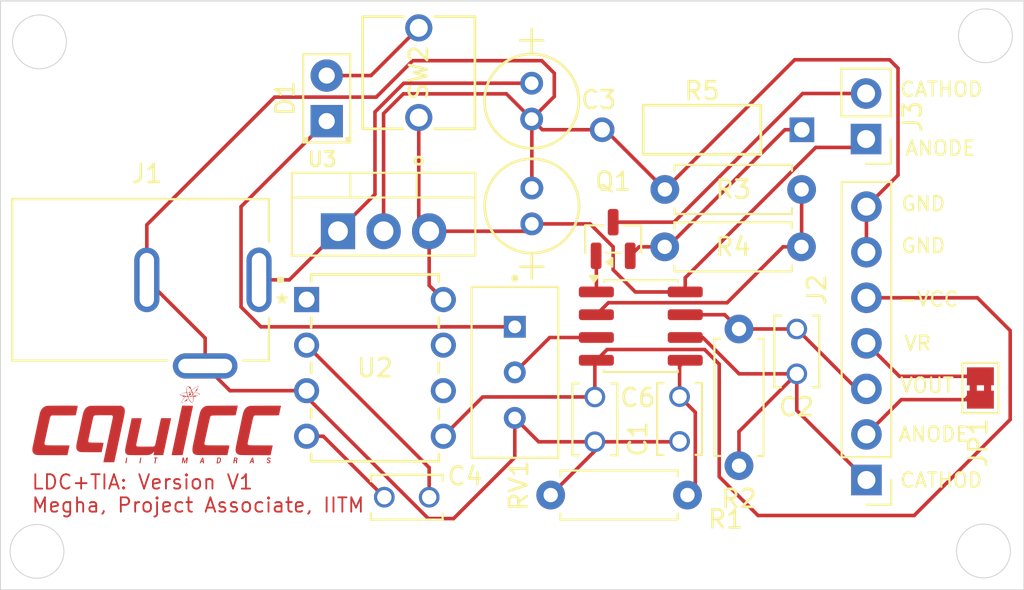
<source format=kicad_pcb>
(kicad_pcb (version 20241229) (generator "pcbnew") (generator_version "9.0")
  (layers (0 "F.Cu" signal) (2 "B.Cu" signal) (13 "F.Paste" user) (15 "B.Paste" user) (5 "F.SilkS" user "F.Silkscreen") (7 "B.SilkS" user "B.Silkscreen") (1 "F.Mask" user) (3 "B.Mask" user) (25 "Edge.Cuts" user))
  (net 0 "")
  (net 1 "Net-(U1B-+)")
  (net 2 "GND")
  (net 3 "/VOUT")
  (net 4 "/CATHODE")
  (net 5 "Net-(U2-CAP-)")
  (net 6 "Net-(U2-CAP+)")
  (net 7 "/VI")
  (net 8 "/+VCC")
  (net 9 "/-VCC")
  (net 10 "Net-(D1-A)")
  (net 11 "Net-(D1-K)")
  (net 12 "Net-(J3-Pin_2)")
  (net 13 "/VR")
  (net 14 "/ANODE")
  (net 15 "Net-(Q1-B)")
  (net 16 "Net-(Q1-E)")
  (net 17 "Net-(U1A--)")
  (net 18 "Net-(U1A-+)")
  (footprint "FOOTPRINTS:TENSILITY_54-00166" (layer "F.Cu") (at 86.86 73.63 -90)
    (property "Reference" "J1")
    (property "Value" "54-00166")
  )
  (footprint "FOOTPRINTS:CAPRB250W50L400T250H550" (layer "F.Cu") (at 116.54 81.39 -90)
    (property "Reference" "C1")
    (property "Value" "10pF")
  )
  (footprint "FOOTPRINTS:CAP_UEP_5X11_NCH" (layer "F.Cu") (at 108.31 70.51 90)
    (property "Reference" "C5" (hide yes))
    (property "Value" "0.1UF" (hide yes))
  )
  (footprint "FOOTPRINTS:CAPRB250W50L400T250H550" (layer "F.Cu") (at 111.82 81.41 90)
    (property "Reference" "C6")
    (property "Value" "10pF")
  )
  (footprint "FOOTPRINTS:CAPRB250W50L400T250H550" (layer "F.Cu") (at 123.07 77.62 90)
    (property "Reference" "C2")
    (property "Value" "10pF")
  )
  (footprint "Resistor_THT:R_Axial_DIN0207_L6.3mm_D2.5mm_P7.62mm_Horizontal" (layer "F.Cu") (at 119.85 83.99 90)
    (property "Reference" "R2")
    (property "Value" "2K" (hide yes))
  )
  (footprint "Connector_PinHeader_2.54mm:PinHeader_1x07_P2.54mm_Vertical" (layer "F.Cu") (at 126.95 84.79 180)
    (property "Reference" "J2")
    (property "Value" "Conn_01x07_Pin" (hide yes))
  )
  (footprint "Package_TO_SOT_THT:TO-220-3_Vertical" (layer "F.Cu") (at 97.51 70.92)
    (property "Reference" "U3")
    (property "Value" "LM7805_TO220")
  )
  (footprint "FOOTPRINTS:CAP_UEP_5X11_NCH" (layer "F.Cu") (at 108.3 62.66675 -90)
    (property "Reference" "C3")
    (property "Value" "0.33uF")
  )
  (footprint "Resistor_THT:R_Axial_DIN0207_L6.3mm_D2.5mm_P7.62mm_Horizontal" (layer "F.Cu") (at 116.98 85.63 180)
    (property "Reference" "R1")
    (property "Value" "2K")
  )
  (footprint "FOOTPRINTS:PDIP-8_N_LIT" (layer "F.Cu") (at 95.76 74.73)
    (property "Reference" "U2")
    (property "Value" "LTC1044")
  )
  (footprint "LED_THT:LED_D2.0mm_W4.8mm_H2.5mm_FlatTop" (layer "F.Cu") (at 96.88 64.78 90)
    (property "Reference" "D1")
    (property "Value" "LED")
  )
  (footprint "Jumper:SolderJumper-2_P1.3mm_Bridged2Bar_Pad1.0x1.5mm" (layer "F.Cu") (at 133.3 79.66 -90)
    (property "Reference" "JP1")
    (property "Value" "SolderJumper_2_Bridged" (hide yes))
  )
  (footprint "FOOTPRINTS:SW_B3F-6020_OMR" (layer "F.Cu") (at 102.01 64.58 90)
    (property "Reference" "SW2")
    (property "Value" "B3F-6020")
  )
  (footprint "FOOTPRINTS:potentiometer" (layer "F.Cu") (at 107.36 78.79 -90)
    (property "Reference" "RV1")
    (property "Value" "R_Potentiometer")
  )
  (footprint "Package_SO:SOIC-8_3.9x4.9mm_P1.27mm" (layer "F.Cu") (at 114.38 76.21)
    (property "Reference" "U1" (hide yes))
    (property "Value" "OPA2197xD")
  )
  (footprint "Resistor_THT:R_Axial_DIN0207_L6.3mm_D2.5mm_P7.62mm_Horizontal" (layer "F.Cu") (at 123.34 68.59 180)
    (property "Reference" "R3")
    (property "Value" "2k" (hide yes))
  )
  (footprint "FOOTPRINTS:RES_MRS25_VIS" (layer "F.Cu") (at 123.3526 65.26 180)
    (property "Reference" "R5")
    (property "Value" "62")
  )
  (footprint "FOOTPRINTS:CAPRB250W50L400T250H550" (layer "F.Cu") (at 101.34 85.75 180)
    (property "Reference" "C4")
    (property "Value" "10pF")
  )
  (footprint "Connector_PinHeader_2.54mm:PinHeader_1x02_P2.54mm_Vertical" (layer "F.Cu") (at 126.93 65.78 180)
    (property "Reference" "J3")
    (property "Value" "Conn_01x02_Pin" (hide yes))
  )
  (footprint "LOGO" (layer "F.Cu") (at 87.41 81.81)
    (property "Reference" "G***" (hide yes))
    (property "Value" "LOGO" (hide yes))
  )
  (footprint "Package_TO_SOT_SMD:SOT-23" (layer "F.Cu") (at 112.84 71.3525 90)
    (property "Reference" "Q1")
    (property "Value" "BC817")
  )
  (footprint "Resistor_THT:R_Axial_DIN0207_L6.3mm_D2.5mm_P7.62mm_Horizontal" (layer "F.Cu") (at 123.33 71.79 180)
    (property "Reference" "R4")
    (property "Value" "1k")
  )
  (gr_circle (center 133.47 88.75) (end 134.97 88.75) (stroke (width 0.05)) (fill no) (layer "Edge.Cuts"))
  (gr_circle (center 133.58 60.02) (end 135.08 60.02) (stroke (width 0.05)) (fill no) (layer "Edge.Cuts"))
  (gr_circle (center 80.88 60.36) (end 82.38 60.36) (stroke (width 0.05)) (fill no) (layer "Edge.Cuts"))
  (gr_circle (center 80.74 88.77) (end 82.24 88.77) (stroke (width 0.05)) (fill no) (layer "Edge.Cuts"))
  (gr_rect (start 78.705 58.08) (end 135.72 90.91) (stroke (width 0.05)) (fill no) (layer "Edge.Cuts"))
  (gr_text "LDC+TIA: Version V1\nMegha, Project Associate, IITM" (at 80.3925 86.66 0) (layer "F.Cu") (effects (font (size 0.8 0.8) (thickness 0.1)) (justify left bottom)))
  (gr_text "ANODE" (at 128.67 82.71 0) (layer "F.SilkS") (effects (font (size 0.8 0.8) (thickness 0.125)) (justify left bottom)))
  (gr_text "VOUT" (at 128.76 79.98 0) (layer "F.SilkS") (effects (font (size 0.8 0.8) (thickness 0.125)) (justify left bottom)))
  (gr_text "GND" (at 128.82 72.2 0) (layer "F.SilkS") (effects (font (size 0.8 0.8) (thickness 0.125)) (justify left bottom)))
  (gr_text "GND" (at 128.82 69.86 0) (layer "F.SilkS") (effects (font (size 0.8 0.8) (thickness 0.125)) (justify left bottom)))
  (gr_text "-VCC" (at 128.7 75.18 0) (layer "F.SilkS") (effects (font (size 0.8 0.8) (thickness 0.125)) (justify left bottom)))
  (gr_text "CATHOD" (at 128.75 85.27 0) (layer "F.SilkS") (effects (font (size 0.8 0.8) (thickness 0.125)) (justify left bottom)))
  (gr_text "VR" (at 128.99 77.64 0) (layer "F.SilkS") (effects (font (size 0.8 0.8) (thickness 0.125)) (justify left bottom)))
  (gr_text "ANODE" (at 129.05 66.76 0) (layer "F.SilkS") (effects (font (size 0.8 0.8) (thickness 0.125)) (justify left bottom)))
  (gr_text "CATHOD" (at 128.76 63.48 0) (layer "F.SilkS") (effects (font (size 0.8 0.8) (thickness 0.125)) (justify left bottom)))
  (segment (start 117.416 81.016) (end 117.416 85.194) (width 0.2) (layer "F.Cu") (net 1))
  (segment (start 116.54 80.14) (end 116.54 78.43) (width 0.2) (layer "F.Cu") (net 1))
  (segment (start 117.416 85.194) (end 116.98 85.63) (width 0.2) (layer "F.Cu") (net 1))
  (segment (start 116.54 80.14) (end 117.416 81.016) (width 0.2) (layer "F.Cu") (net 1))
  (segment (start 116.54 78.43) (end 116.855 78.115) (width 0.2) (layer "F.Cu") (net 1))
  (segment (start 128.71 67.79) (end 128.71 61.83) (width 0.2) (layer "F.Cu") (net 2))
  (segment (start 109.36 85.63) (end 111.82 83.17) (width 0.2) (layer "F.Cu") (net 2))
  (segment (start 100.05 64.3571) (end 101.1471 63.26) (width 0.2) (layer "F.Cu") (net 2))
  (segment (start 90.11 78.43) (end 91.49 79.81) (width 0.2) (layer "F.Cu") (net 2))
  (segment (start 107.36 83.53) (end 107.36 81.33) (width 0.2) (layer "F.Cu") (net 2))
  (segment (start 107.36 81.33) (end 108.69 82.66) (width 0.2) (layer "F.Cu") (net 2))
  (segment (start 112.2274 65.26) (end 108.89325 65.26) (width 0.2) (layer "F.Cu") (net 2))
  (segment (start 95.76 80.158852) (end 102.541148 86.94) (width 0.2) (layer "F.Cu") (net 2))
  (segment (start 102.541148 86.94) (end 103.95 86.94) (width 0.2) (layer "F.Cu") (net 2))
  (segment (start 111.82 82.66) (end 116.52 82.66) (width 0.2) (layer "F.Cu") (net 2))
  (segment (start 128.71 61.83) (end 128.24 61.36) (width 0.2) (layer "F.Cu") (net 2))
  (segment (start 95.76 79.81) (end 95.76 80.158852) (width 0.2) (layer "F.Cu") (net 2))
  (segment (start 122.95 61.36) (end 115.72 68.59) (width 0.2) (layer "F.Cu") (net 2))
  (segment (start 101.1471 63.26) (end 106.89325 63.26) (width 0.2) (layer "F.Cu") (net 2))
  (segment (start 103.95 86.94) (end 107.36 83.53) (width 0.2) (layer "F.Cu") (net 2))
  (segment (start 109.56 63.40675) (end 108.3 64.66675) (width 0.2) (layer "F.Cu") (net 2))
  (segment (start 115.72 68.59) (end 112.39 65.26) (width 0.2) (layer "F.Cu") (net 2))
  (segment (start 126.95 69.55) (end 126.95 72.09) (width 0.2) (layer "F.Cu") (net 2))
  (segment (start 108.89325 65.26) (end 108.3 64.66675) (width 0.2) (layer "F.Cu") (net 2))
  (segment (start 108.69 82.66) (end 111.82 82.66) (width 0.2) (layer "F.Cu") (net 2))
  (segment (start 86.86 70.561529) (end 93.980529 63.441) (width 0.2) (layer "F.Cu") (net 2))
  (segment (start 108.86 61.41) (end 109.56 62.11) (width 0.2) (layer "F.Cu") (net 2))
  (segment (start 93.980529 63.441) (end 99.640994 63.441) (width 0.2) (layer "F.Cu") (net 2))
  (segment (start 100.05 70.92) (end 100.05 64.3571) (width 0.2) (layer "F.Cu") (net 2))
  (segment (start 91.49 79.81) (end 95.76 79.81) (width 0.2) (layer "F.Cu") (net 2))
  (segment (start 101.671994 61.41) (end 108.86 61.41) (width 0.2) (layer "F.Cu") (net 2))
  (segment (start 111.82 83.17) (end 111.82 82.66) (width 0.2) (layer "F.Cu") (net 2))
  (segment (start 108.31 68.51) (end 108.31 64.67675) (width 0.2) (layer "F.Cu") (net 2))
  (segment (start 109.56 62.11) (end 109.56 63.40675) (width 0.2) (layer "F.Cu") (net 2))
  (segment (start 112.39 65.26) (end 112.2274 65.26) (width 0.2) (layer "F.Cu") (net 2))
  (segment (start 86.86 73.63) (end 86.86 70.561529) (width 0.2) (layer "F.Cu") (net 2))
  (segment (start 99.640994 63.441) (end 101.671994 61.41) (width 0.2) (layer "F.Cu") (net 2))
  (segment (start 126.95 69.55) (end 128.71 67.79) (width 0.2) (layer "F.Cu") (net 2))
  (segment (start 90.11 76.88) (end 90.11 78.43) (width 0.2) (layer "F.Cu") (net 2))
  (segment (start 108.31 64.67675) (end 108.3 64.66675) (width 0.2) (layer "F.Cu") (net 2))
  (segment (start 116.52 82.66) (end 116.54 82.64) (width 0.2) (layer "F.Cu") (net 2))
  (segment (start 106.89325 63.26) (end 108.3 64.66675) (width 0.2) (layer "F.Cu") (net 2))
  (segment (start 128.24 61.36) (end 122.95 61.36) (width 0.2) (layer "F.Cu") (net 2))
  (segment (start 86.86 73.63) (end 90.11 76.88) (width 0.2) (layer "F.Cu") (net 2))
  (segment (start 119.055 75.575) (end 119.85 76.37) (width 0.2) (layer "F.Cu") (net 3))
  (segment (start 119.85 76.37) (end 123.07 76.37) (width 0.2) (layer "F.Cu") (net 3))
  (segment (start 126.41 79.71) (end 126.95 79.71) (width 0.2) (layer "F.Cu") (net 3))
  (segment (start 123.07 76.37) (end 126.41 79.71) (width 0.2) (layer "F.Cu") (net 3))
  (segment (start 116.855 75.575) (end 119.055 75.575) (width 0.2) (layer "F.Cu") (net 3))
  (segment (start 119.854999 78.87) (end 123.07 78.87) (width 0.2) (layer "F.Cu") (net 4))
  (segment (start 119.85 82.09) (end 123.07 78.87) (width 0.2) (layer "F.Cu") (net 4))
  (segment (start 116.855 76.845) (end 117.829999 76.845) (width 0.2) (layer "F.Cu") (net 4))
  (segment (start 119.85 83.99) (end 119.85 82.09) (width 0.2) (layer "F.Cu") (net 4))
  (segment (start 123.07 78.87) (end 123.07 80.91) (width 0.2) (layer "F.Cu") (net 4))
  (segment (start 123.07 80.91) (end 126.95 84.79) (width 0.2) (layer "F.Cu") (net 4))
  (segment (start 117.829999 76.845) (end 119.854999 78.87) (width 0.2) (layer "F.Cu") (net 4))
  (segment (start 100.09 85.75) (end 96.69 82.35) (width 0.2) (layer "F.Cu") (net 5))
  (segment (start 96.69 82.35) (end 95.76 82.35) (width 0.2) (layer "F.Cu") (net 5))
  (segment (start 95.76 77.27) (end 102.59 84.1) (width 0.2) (layer "F.Cu") (net 6))
  (segment (start 102.59 84.1) (end 102.59 85.75) (width 0.2) (layer "F.Cu") (net 6))
  (segment (start 93.11 73.63) (end 94.8 73.63) (width 0.2) (layer "F.Cu") (net 7))
  (segment (start 99.57 64.27) (end 101.17325 62.66675) (width 0.2) (layer "F.Cu") (net 7))
  (segment (start 101.17325 62.66675) (end 108.3 62.66675) (width 0.2) (layer "F.Cu") (net 7))
  (segment (start 99.57 68.86) (end 99.57 64.27) (width 0.2) (layer "F.Cu") (net 7))
  (segment (start 94.8 73.63) (end 97.51 70.92) (width 0.2) (layer "F.Cu") (net 7))
  (segment (start 97.51 70.92) (end 99.57 68.86) (width 0.2) (layer "F.Cu") (net 7))
  (segment (start 124.12615 66.2468) (end 116.855 73.51795) (width 0.2) (layer "F.Cu") (net 8))
  (segment (start 116.855 73.51795) (end 116.855 74.305) (width 0.2) (layer "F.Cu") (net 8))
  (segment (start 126.93 65.78) (end 126.4632 66.2468) (width 0.2) (layer "F.Cu") (net 8))
  (segment (start 107.9 70.92) (end 108.31 70.51) (width 0.2) (layer "F.Cu") (net 8))
  (segment (start 102.01 70.34) (end 102.59 70.92) (width 0.2) (layer "F.Cu") (net 8))
  (segment (start 112.84 71.794468) (end 111.555532 70.51) (width 0.2) (layer "F.Cu") (net 8))
  (segment (start 102.59 70.92) (end 102.59 73.94) (width 0.2) (layer "F.Cu") (net 8))
  (segment (start 102.59 70.92) (end 107.9 70.92) (width 0.2) (layer "F.Cu") (net 8))
  (segment (start 102.01 64.58) (end 102.01 70.34) (width 0.2) (layer "F.Cu") (net 8))
  (segment (start 114.075 74.305) (end 112.84 73.07) (width 0.2) (layer "F.Cu") (net 8))
  (segment (start 111.555532 70.51) (end 108.31 70.51) (width 0.2) (layer "F.Cu") (net 8))
  (segment (start 112.84 73.07) (end 112.84 71.794468) (width 0.2) (layer "F.Cu") (net 8))
  (segment (start 102.59 73.94) (end 103.38 74.73) (width 0.2) (layer "F.Cu") (net 8))
  (segment (start 116.855 74.305) (end 114.075 74.305) (width 0.2) (layer "F.Cu") (net 8))
  (segment (start 126.4632 66.2468) (end 124.12615 66.2468) (width 0.2) (layer "F.Cu") (net 8))
  (segment (start 129.61 86.77) (end 134.96 81.42) (width 0.2) (layer "F.Cu") (net 9))
  (segment (start 120.911 86.77) (end 129.61 86.77) (width 0.2) (layer "F.Cu") (net 9))
  (segment (start 117.931899 77.514) (end 118.749 78.331101) (width 0.2) (layer "F.Cu") (net 9))
  (segment (start 111.82 78.2) (end 111.905 78.115) (width 0.2) (layer "F.Cu") (net 9))
  (segment (start 111.82 80.16) (end 111.82 78.2) (width 0.2) (layer "F.Cu") (net 9))
  (segment (start 118.749 84.608) (end 120.911 86.77) (width 0.2) (layer "F.Cu") (net 9))
  (segment (start 112.506 77.514) (end 117.931899 77.514) (width 0.2) (layer "F.Cu") (net 9))
  (segment (start 103.38 82.35) (end 105.57 80.16) (width 0.2) (layer "F.Cu") (net 9))
  (segment (start 134.96 81.42) (end 134.96 76.46) (width 0.2) (layer "F.Cu") (net 9))
  (segment (start 133.13 74.63) (end 126.95 74.63) (width 0.2) (layer "F.Cu") (net 9))
  (segment (start 111.905 78.115) (end 112.506 77.514) (width 0.2) (layer "F.Cu") (net 9))
  (segment (start 118.749 78.331101) (end 118.749 84.608) (width 0.2) (layer "F.Cu") (net 9))
  (segment (start 105.57 80.16) (end 111.82 80.16) (width 0.2) (layer "F.Cu") (net 9))
  (segment (start 134.96 76.46) (end 133.13 74.63) (width 0.2) (layer "F.Cu") (net 9))
  (segment (start 102.01 59.58) (end 99.35 62.24) (width 0.2) (layer "F.Cu") (net 10))
  (segment (start 99.35 62.24) (end 96.88 62.24) (width 0.2) (layer "F.Cu") (net 10))
  (segment (start 93.214372 76.25) (end 107.36 76.25) (width 0.2) (layer "F.Cu") (net 11))
  (segment (start 92.109 75.144628) (end 93.214372 76.25) (width 0.2) (layer "F.Cu") (net 11))
  (segment (start 92.109 69.551) (end 92.109 75.144628) (width 0.2) (layer "F.Cu") (net 11))
  (segment (start 96.88 64.78) (end 92.109 69.551) (width 0.2) (layer "F.Cu") (net 11))
  (segment (start 112.84 70.415) (end 116.224 70.415) (width 0.2) (layer "F.Cu") (net 12))
  (segment (start 123.399 63.24) (end 126.93 63.24) (width 0.2) (layer "F.Cu") (net 12))
  (segment (start 116.224 70.415) (end 123.399 63.24) (width 0.2) (layer "F.Cu") (net 12))
  (segment (start 128.79 79.01) (end 133.3 79.01) (width 0.2) (layer "F.Cu") (net 13))
  (segment (start 126.95 77.17) (end 128.79 79.01) (width 0.2) (layer "F.Cu") (net 13))
  (segment (start 132.55 80.21) (end 132.62 80.14) (width 0.2) (layer "F.Cu") (net 14))
  (segment (start 126.95 82.25) (end 128.89 80.31) (width 0.2) (layer "F.Cu") (net 14))
  (segment (start 128.89 80.31) (end 133.3 80.31) (width 0.2) (layer "F.Cu") (net 14))
  (segment (start 111.905 74.305) (end 111.905 72.305) (width 0.2) (layer "F.Cu") (net 15))
  (segment (start 111.905 72.305) (end 111.89 72.29) (width 0.2) (layer "F.Cu") (net 15))
  (segment (start 113.79 72.29) (end 113.87 72.29) (width 0.2) (layer "F.Cu") (net 16))
  (segment (start 122.41 65.26) (end 123.3526 65.26) (width 0.2) (layer "F.Cu") (net 16))
  (segment (start 115.88 71.79) (end 122.41 65.26) (width 0.2) (layer "F.Cu") (net 16))
  (segment (start 115.71 71.79) (end 115.88 71.79) (width 0.2) (layer "F.Cu") (net 16))
  (segment (start 113.79 72.29) (end 114.29 71.79) (width 0.2) (layer "F.Cu") (net 16))
  (segment (start 113.87 72.29) (end 113.89 72.31) (width 0.2) (layer "F.Cu") (net 16))
  (segment (start 114.29 71.79) (end 115.71 71.79) (width 0.2) (layer "F.Cu") (net 16))
  (segment (start 123.34 71.78) (end 123.33 71.79) (width 0.2) (layer "F.Cu") (net 17))
  (segment (start 119.18985 74.906) (end 122.30585 71.79) (width 0.2) (layer "F.Cu") (net 17))
  (segment (start 112.574 74.906) (end 119.18985 74.906) (width 0.2) (layer "F.Cu") (net 17))
  (segment (start 111.905 75.575) (end 112.574 74.906) (width 0.2) (layer "F.Cu") (net 17))
  (segment (start 122.30585 71.79) (end 123.33 71.79) (width 0.2) (layer "F.Cu") (net 17))
  (segment (start 123.34 68.59) (end 123.34 71.78) (width 0.2) (layer "F.Cu") (net 17))
  (segment (start 109.305 76.845) (end 111.905 76.845) (width 0.2) (layer "F.Cu") (net 18))
  (segment (start 107.36 78.79) (end 109.305 76.845) (width 0.2) (layer "F.Cu") (net 18))
)
</source>
